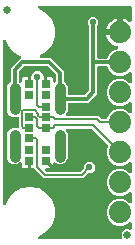
<source format=gtl>
G04 EAGLE Gerber RS-274X export*
G75*
%MOMM*%
%FSLAX34Y34*%
%LPD*%
%INTop Copper*%
%IPPOS*%
%AMOC8*
5,1,8,0,0,1.08239X$1,22.5*%
G01*
%ADD10C,0.635000*%
%ADD11C,1.879600*%
%ADD12C,0.654000*%
%ADD13R,0.754000X0.754000*%
%ADD14C,0.900000*%
%ADD15C,0.558800*%
%ADD16C,0.304800*%
%ADD17C,0.203200*%
%ADD18C,0.127000*%

G36*
X102211Y2801D02*
X102211Y2801D01*
X102260Y2799D01*
X102368Y2821D01*
X102477Y2835D01*
X102523Y2853D01*
X102572Y2863D01*
X102670Y2911D01*
X102772Y2952D01*
X102813Y2981D01*
X102857Y3003D01*
X102941Y3074D01*
X103030Y3138D01*
X103061Y3177D01*
X103099Y3209D01*
X103162Y3299D01*
X103233Y3383D01*
X103254Y3428D01*
X103282Y3469D01*
X103321Y3572D01*
X103368Y3671D01*
X103377Y3720D01*
X103395Y3766D01*
X103407Y3876D01*
X103428Y3983D01*
X103425Y4033D01*
X103430Y4082D01*
X103415Y4191D01*
X103408Y4301D01*
X103393Y4348D01*
X103386Y4397D01*
X103334Y4550D01*
X102996Y5365D01*
X102996Y7335D01*
X103750Y9156D01*
X105144Y10550D01*
X106965Y11304D01*
X108935Y11304D01*
X109750Y10966D01*
X109798Y10953D01*
X109843Y10932D01*
X109951Y10911D01*
X110057Y10882D01*
X110107Y10881D01*
X110156Y10872D01*
X110265Y10879D01*
X110375Y10877D01*
X110423Y10889D01*
X110473Y10892D01*
X110577Y10926D01*
X110684Y10951D01*
X110728Y10975D01*
X110775Y10990D01*
X110868Y11049D01*
X110965Y11100D01*
X111002Y11133D01*
X111044Y11160D01*
X111119Y11240D01*
X111201Y11314D01*
X111228Y11355D01*
X111262Y11392D01*
X111315Y11488D01*
X111375Y11580D01*
X111392Y11627D01*
X111416Y11670D01*
X111443Y11776D01*
X111479Y11880D01*
X111483Y11930D01*
X111495Y11978D01*
X111505Y12139D01*
X111505Y16435D01*
X111488Y16573D01*
X111475Y16711D01*
X111468Y16730D01*
X111465Y16750D01*
X111414Y16880D01*
X111367Y17010D01*
X111356Y17027D01*
X111348Y17046D01*
X111267Y17158D01*
X111189Y17274D01*
X111173Y17287D01*
X111162Y17303D01*
X111054Y17392D01*
X110950Y17484D01*
X110932Y17493D01*
X110917Y17506D01*
X110791Y17565D01*
X110667Y17629D01*
X110647Y17633D01*
X110629Y17642D01*
X110492Y17668D01*
X110357Y17698D01*
X110336Y17698D01*
X110317Y17701D01*
X110178Y17693D01*
X110039Y17689D01*
X110019Y17683D01*
X109999Y17682D01*
X109867Y17639D01*
X109733Y17600D01*
X109716Y17590D01*
X109697Y17584D01*
X109579Y17509D01*
X109459Y17439D01*
X109438Y17420D01*
X109428Y17414D01*
X109414Y17399D01*
X109339Y17332D01*
X107931Y15925D01*
X103823Y14223D01*
X99377Y14223D01*
X95269Y15925D01*
X92125Y19069D01*
X90423Y23177D01*
X90423Y27623D01*
X92125Y31731D01*
X95269Y34875D01*
X99377Y36577D01*
X103823Y36577D01*
X107931Y34875D01*
X109339Y33468D01*
X109448Y33382D01*
X109555Y33294D01*
X109574Y33285D01*
X109590Y33273D01*
X109718Y33217D01*
X109843Y33158D01*
X109863Y33155D01*
X109882Y33146D01*
X110020Y33125D01*
X110156Y33099D01*
X110176Y33100D01*
X110196Y33097D01*
X110335Y33110D01*
X110473Y33118D01*
X110492Y33125D01*
X110512Y33126D01*
X110644Y33174D01*
X110775Y33216D01*
X110793Y33227D01*
X110812Y33234D01*
X110927Y33312D01*
X111044Y33386D01*
X111058Y33401D01*
X111075Y33413D01*
X111167Y33517D01*
X111262Y33618D01*
X111272Y33636D01*
X111285Y33651D01*
X111349Y33775D01*
X111416Y33897D01*
X111421Y33916D01*
X111430Y33934D01*
X111460Y34070D01*
X111495Y34205D01*
X111497Y34233D01*
X111500Y34245D01*
X111499Y34265D01*
X111505Y34365D01*
X111505Y41835D01*
X111488Y41973D01*
X111475Y42111D01*
X111468Y42130D01*
X111465Y42150D01*
X111414Y42280D01*
X111367Y42410D01*
X111356Y42427D01*
X111348Y42446D01*
X111267Y42558D01*
X111189Y42674D01*
X111173Y42687D01*
X111162Y42703D01*
X111054Y42792D01*
X110950Y42884D01*
X110932Y42893D01*
X110917Y42906D01*
X110791Y42965D01*
X110667Y43029D01*
X110647Y43033D01*
X110629Y43042D01*
X110492Y43068D01*
X110357Y43098D01*
X110336Y43098D01*
X110317Y43101D01*
X110178Y43093D01*
X110039Y43089D01*
X110019Y43083D01*
X109999Y43082D01*
X109867Y43039D01*
X109733Y43000D01*
X109716Y42990D01*
X109697Y42984D01*
X109579Y42909D01*
X109459Y42839D01*
X109438Y42820D01*
X109428Y42814D01*
X109414Y42799D01*
X109339Y42732D01*
X107931Y41325D01*
X103823Y39623D01*
X99377Y39623D01*
X95269Y41325D01*
X92125Y44469D01*
X90423Y48577D01*
X90423Y53023D01*
X92125Y57131D01*
X95269Y60275D01*
X99377Y61977D01*
X103823Y61977D01*
X107931Y60275D01*
X109339Y58868D01*
X109448Y58782D01*
X109555Y58694D01*
X109574Y58685D01*
X109590Y58673D01*
X109718Y58617D01*
X109843Y58558D01*
X109863Y58555D01*
X109882Y58546D01*
X110020Y58525D01*
X110156Y58499D01*
X110176Y58500D01*
X110196Y58497D01*
X110335Y58510D01*
X110473Y58518D01*
X110492Y58525D01*
X110512Y58526D01*
X110644Y58574D01*
X110775Y58616D01*
X110793Y58627D01*
X110812Y58634D01*
X110927Y58712D01*
X111044Y58786D01*
X111058Y58801D01*
X111075Y58813D01*
X111167Y58917D01*
X111262Y59018D01*
X111272Y59036D01*
X111285Y59051D01*
X111349Y59175D01*
X111416Y59297D01*
X111421Y59316D01*
X111430Y59334D01*
X111460Y59470D01*
X111495Y59605D01*
X111497Y59633D01*
X111500Y59645D01*
X111499Y59665D01*
X111505Y59765D01*
X111505Y67235D01*
X111488Y67373D01*
X111475Y67511D01*
X111468Y67530D01*
X111465Y67550D01*
X111414Y67680D01*
X111367Y67810D01*
X111356Y67827D01*
X111348Y67846D01*
X111267Y67958D01*
X111189Y68074D01*
X111173Y68087D01*
X111162Y68103D01*
X111054Y68192D01*
X110950Y68284D01*
X110932Y68293D01*
X110917Y68306D01*
X110791Y68365D01*
X110667Y68429D01*
X110647Y68433D01*
X110629Y68442D01*
X110492Y68468D01*
X110357Y68498D01*
X110336Y68498D01*
X110317Y68501D01*
X110178Y68493D01*
X110039Y68489D01*
X110019Y68483D01*
X109999Y68482D01*
X109867Y68439D01*
X109733Y68400D01*
X109716Y68390D01*
X109697Y68384D01*
X109579Y68309D01*
X109459Y68239D01*
X109438Y68220D01*
X109428Y68214D01*
X109414Y68199D01*
X109339Y68132D01*
X107931Y66725D01*
X103823Y65023D01*
X99377Y65023D01*
X95269Y66725D01*
X92125Y69869D01*
X90423Y73977D01*
X90423Y78423D01*
X91564Y81176D01*
X91571Y81205D01*
X91585Y81231D01*
X91613Y81358D01*
X91647Y81483D01*
X91648Y81512D01*
X91654Y81541D01*
X91650Y81671D01*
X91653Y81801D01*
X91646Y81829D01*
X91645Y81859D01*
X91609Y81984D01*
X91578Y82110D01*
X91565Y82136D01*
X91556Y82164D01*
X91491Y82276D01*
X91430Y82391D01*
X91410Y82413D01*
X91395Y82438D01*
X91288Y82559D01*
X77954Y95894D01*
X77876Y95954D01*
X77804Y96022D01*
X77751Y96051D01*
X77703Y96088D01*
X77612Y96128D01*
X77525Y96176D01*
X77467Y96191D01*
X77411Y96215D01*
X77313Y96230D01*
X77217Y96255D01*
X77117Y96261D01*
X77097Y96265D01*
X77085Y96263D01*
X77057Y96265D01*
X57328Y96265D01*
X57190Y96248D01*
X57052Y96235D01*
X57033Y96228D01*
X57013Y96225D01*
X56883Y96174D01*
X56753Y96127D01*
X56736Y96116D01*
X56717Y96108D01*
X56604Y96027D01*
X56490Y95949D01*
X56476Y95933D01*
X56460Y95922D01*
X56371Y95814D01*
X56279Y95710D01*
X56270Y95692D01*
X56257Y95677D01*
X56198Y95551D01*
X56135Y95427D01*
X56130Y95407D01*
X56122Y95389D01*
X56096Y95253D01*
X56065Y95117D01*
X56066Y95096D01*
X56062Y95077D01*
X56070Y94938D01*
X56075Y94799D01*
X56080Y94779D01*
X56081Y94759D01*
X56124Y94627D01*
X56163Y94493D01*
X56173Y94476D01*
X56180Y94457D01*
X56254Y94339D01*
X56325Y94219D01*
X56343Y94198D01*
X56350Y94188D01*
X56365Y94174D01*
X56367Y94171D01*
X57329Y91849D01*
X57329Y71351D01*
X56373Y69043D01*
X54607Y67277D01*
X52299Y66321D01*
X49801Y66321D01*
X47493Y67277D01*
X47228Y67543D01*
X47118Y67628D01*
X47011Y67717D01*
X46992Y67726D01*
X46976Y67738D01*
X46849Y67793D01*
X46723Y67852D01*
X46703Y67856D01*
X46684Y67864D01*
X46547Y67886D01*
X46410Y67912D01*
X46390Y67911D01*
X46370Y67914D01*
X46231Y67901D01*
X46093Y67893D01*
X46074Y67886D01*
X46054Y67884D01*
X45922Y67837D01*
X45791Y67794D01*
X45774Y67784D01*
X45754Y67777D01*
X45639Y67699D01*
X45522Y67624D01*
X45508Y67610D01*
X45491Y67598D01*
X45399Y67494D01*
X45304Y67393D01*
X45294Y67375D01*
X45281Y67360D01*
X45217Y67236D01*
X45150Y67114D01*
X45145Y67095D01*
X45136Y67077D01*
X45106Y66941D01*
X45071Y66806D01*
X45069Y66778D01*
X45066Y66766D01*
X45067Y66746D01*
X45061Y66646D01*
X45061Y64996D01*
X44888Y64349D01*
X44553Y63770D01*
X44080Y63297D01*
X43501Y62962D01*
X42854Y62789D01*
X39477Y62789D01*
X39339Y62772D01*
X39201Y62759D01*
X39182Y62752D01*
X39162Y62749D01*
X39032Y62698D01*
X38902Y62651D01*
X38885Y62640D01*
X38866Y62632D01*
X38754Y62551D01*
X38638Y62473D01*
X38625Y62457D01*
X38609Y62446D01*
X38520Y62338D01*
X38428Y62234D01*
X38419Y62216D01*
X38406Y62201D01*
X38347Y62075D01*
X38283Y61951D01*
X38279Y61931D01*
X38270Y61913D01*
X38244Y61777D01*
X38214Y61641D01*
X38214Y61620D01*
X38211Y61601D01*
X38219Y61462D01*
X38223Y61323D01*
X38229Y61303D01*
X38230Y61283D01*
X38273Y61151D01*
X38312Y61017D01*
X38322Y61000D01*
X38328Y60981D01*
X38403Y60863D01*
X38473Y60743D01*
X38492Y60722D01*
X38499Y60712D01*
X38514Y60698D01*
X38580Y60622D01*
X38886Y60316D01*
X38964Y60256D01*
X39036Y60188D01*
X39089Y60159D01*
X39137Y60122D01*
X39228Y60082D01*
X39315Y60034D01*
X39373Y60019D01*
X39429Y59995D01*
X39527Y59980D01*
X39623Y59955D01*
X39723Y59949D01*
X39743Y59945D01*
X39755Y59947D01*
X39783Y59945D01*
X67777Y59945D01*
X67875Y59957D01*
X67974Y59960D01*
X68032Y59977D01*
X68092Y59985D01*
X68184Y60021D01*
X68279Y60049D01*
X68332Y60079D01*
X68388Y60102D01*
X68468Y60160D01*
X68553Y60210D01*
X68629Y60276D01*
X68645Y60288D01*
X68653Y60298D01*
X68674Y60316D01*
X70866Y62508D01*
X70926Y62586D01*
X70994Y62658D01*
X71023Y62711D01*
X71060Y62759D01*
X71100Y62850D01*
X71148Y62937D01*
X71163Y62995D01*
X71187Y63051D01*
X71202Y63149D01*
X71227Y63245D01*
X71233Y63345D01*
X71237Y63365D01*
X71235Y63377D01*
X71237Y63405D01*
X71237Y65394D01*
X73916Y68073D01*
X77704Y68073D01*
X80383Y65394D01*
X80383Y61606D01*
X77704Y58927D01*
X75715Y58927D01*
X75617Y58915D01*
X75518Y58912D01*
X75460Y58895D01*
X75400Y58887D01*
X75308Y58851D01*
X75213Y58823D01*
X75160Y58793D01*
X75104Y58770D01*
X75024Y58712D01*
X74939Y58662D01*
X74863Y58596D01*
X74847Y58584D01*
X74839Y58574D01*
X74818Y58556D01*
X72626Y56364D01*
X70618Y54355D01*
X36942Y54355D01*
X28880Y62418D01*
X28802Y62478D01*
X28730Y62546D01*
X28677Y62575D01*
X28629Y62612D01*
X28538Y62652D01*
X28451Y62700D01*
X28393Y62715D01*
X28337Y62739D01*
X28239Y62754D01*
X28143Y62779D01*
X28043Y62785D01*
X28023Y62789D01*
X28011Y62787D01*
X27983Y62789D01*
X26019Y62789D01*
X26019Y69100D01*
X26004Y69218D01*
X25997Y69337D01*
X25985Y69375D01*
X25980Y69415D01*
X25936Y69526D01*
X25899Y69639D01*
X25877Y69673D01*
X25863Y69711D01*
X25793Y69807D01*
X25729Y69908D01*
X25699Y69936D01*
X25676Y69968D01*
X25584Y70044D01*
X25497Y70126D01*
X25462Y70145D01*
X25431Y70171D01*
X25323Y70222D01*
X25219Y70279D01*
X25180Y70289D01*
X25143Y70307D01*
X25026Y70329D01*
X24911Y70359D01*
X24851Y70363D01*
X24831Y70366D01*
X24830Y70366D01*
X24810Y70365D01*
X24750Y70369D01*
X24632Y70354D01*
X24513Y70347D01*
X24474Y70334D01*
X24434Y70329D01*
X24324Y70285D01*
X24210Y70249D01*
X24176Y70227D01*
X24139Y70212D01*
X24042Y70142D01*
X23942Y70078D01*
X23914Y70049D01*
X23881Y70025D01*
X23805Y69933D01*
X23724Y69847D01*
X23704Y69811D01*
X23678Y69780D01*
X23628Y69673D01*
X23570Y69568D01*
X23560Y69529D01*
X23543Y69493D01*
X23521Y69376D01*
X23491Y69260D01*
X23487Y69200D01*
X23483Y69180D01*
X23484Y69160D01*
X23481Y69100D01*
X23481Y62789D01*
X20646Y62789D01*
X19999Y62962D01*
X19420Y63297D01*
X18947Y63770D01*
X18612Y64349D01*
X18439Y64996D01*
X18439Y66646D01*
X18422Y66783D01*
X18409Y66922D01*
X18402Y66941D01*
X18399Y66961D01*
X18348Y67091D01*
X18301Y67221D01*
X18290Y67238D01*
X18282Y67257D01*
X18201Y67369D01*
X18123Y67484D01*
X18107Y67498D01*
X18096Y67514D01*
X17989Y67603D01*
X17884Y67695D01*
X17866Y67704D01*
X17851Y67717D01*
X17725Y67776D01*
X17601Y67839D01*
X17581Y67844D01*
X17563Y67852D01*
X17427Y67879D01*
X17291Y67909D01*
X17270Y67908D01*
X17251Y67912D01*
X17112Y67904D01*
X16973Y67899D01*
X16953Y67894D01*
X16933Y67893D01*
X16801Y67850D01*
X16667Y67811D01*
X16650Y67801D01*
X16631Y67794D01*
X16513Y67720D01*
X16393Y67649D01*
X16372Y67631D01*
X16362Y67624D01*
X16348Y67609D01*
X16272Y67543D01*
X16007Y67277D01*
X13699Y66321D01*
X11201Y66321D01*
X8893Y67277D01*
X7127Y69043D01*
X6171Y71351D01*
X6171Y91849D01*
X7127Y94157D01*
X8893Y95923D01*
X11201Y96879D01*
X13699Y96879D01*
X14119Y96705D01*
X14167Y96691D01*
X14212Y96670D01*
X14320Y96650D01*
X14426Y96621D01*
X14476Y96620D01*
X14525Y96611D01*
X14634Y96617D01*
X14744Y96616D01*
X14792Y96627D01*
X14842Y96630D01*
X14946Y96664D01*
X15053Y96690D01*
X15097Y96713D01*
X15144Y96728D01*
X15237Y96787D01*
X15334Y96838D01*
X15371Y96872D01*
X15413Y96898D01*
X15488Y96979D01*
X15570Y97052D01*
X15597Y97094D01*
X15631Y97130D01*
X15684Y97226D01*
X15744Y97318D01*
X15761Y97365D01*
X15785Y97409D01*
X15812Y97515D01*
X15848Y97619D01*
X15852Y97668D01*
X15864Y97717D01*
X15874Y97877D01*
X15874Y105323D01*
X15868Y105372D01*
X15870Y105422D01*
X15848Y105529D01*
X15834Y105638D01*
X15816Y105684D01*
X15806Y105733D01*
X15758Y105832D01*
X15717Y105934D01*
X15688Y105974D01*
X15666Y106019D01*
X15595Y106102D01*
X15531Y106191D01*
X15492Y106223D01*
X15460Y106261D01*
X15370Y106324D01*
X15286Y106394D01*
X15241Y106415D01*
X15200Y106444D01*
X15097Y106483D01*
X14998Y106530D01*
X14949Y106539D01*
X14903Y106557D01*
X14793Y106569D01*
X14686Y106589D01*
X14636Y106586D01*
X14587Y106592D01*
X14478Y106577D01*
X14368Y106570D01*
X14321Y106554D01*
X14272Y106547D01*
X14119Y106495D01*
X13699Y106321D01*
X11201Y106321D01*
X8893Y107277D01*
X7127Y109043D01*
X6171Y111351D01*
X6171Y131849D01*
X7127Y134157D01*
X8776Y135805D01*
X8836Y135883D01*
X8904Y135955D01*
X8933Y136008D01*
X8970Y136056D01*
X9010Y136147D01*
X9058Y136234D01*
X9073Y136292D01*
X9097Y136348D01*
X9112Y136446D01*
X9137Y136542D01*
X9143Y136642D01*
X9147Y136662D01*
X9145Y136674D01*
X9147Y136702D01*
X9147Y147418D01*
X15378Y153648D01*
X17568Y155839D01*
X17646Y155939D01*
X17728Y156034D01*
X17743Y156064D01*
X17763Y156090D01*
X17813Y156206D01*
X17869Y156318D01*
X17876Y156351D01*
X17890Y156382D01*
X17909Y156506D01*
X17936Y156629D01*
X17934Y156663D01*
X17940Y156696D01*
X17928Y156822D01*
X17923Y156947D01*
X17913Y156979D01*
X17910Y157013D01*
X17867Y157131D01*
X17831Y157252D01*
X17814Y157281D01*
X17802Y157312D01*
X17732Y157416D01*
X17667Y157524D01*
X17642Y157548D01*
X17624Y157575D01*
X17529Y157659D01*
X17440Y157747D01*
X17399Y157774D01*
X17385Y157786D01*
X17366Y157796D01*
X17306Y157836D01*
X11473Y161203D01*
X6637Y166967D01*
X5257Y170759D01*
X5212Y170846D01*
X5176Y170936D01*
X5140Y170986D01*
X5111Y171042D01*
X5047Y171115D01*
X4990Y171193D01*
X4942Y171233D01*
X4900Y171280D01*
X4820Y171334D01*
X4745Y171396D01*
X4688Y171423D01*
X4637Y171458D01*
X4545Y171490D01*
X4457Y171532D01*
X4396Y171543D01*
X4337Y171564D01*
X4240Y171573D01*
X4144Y171592D01*
X4082Y171588D01*
X4020Y171593D01*
X3924Y171578D01*
X3827Y171572D01*
X3768Y171553D01*
X3706Y171543D01*
X3617Y171504D01*
X3525Y171474D01*
X3472Y171440D01*
X3415Y171416D01*
X3338Y171356D01*
X3256Y171304D01*
X3213Y171258D01*
X3164Y171220D01*
X3105Y171143D01*
X3038Y171072D01*
X3008Y171017D01*
X2970Y170968D01*
X2931Y170879D01*
X2884Y170793D01*
X2869Y170733D01*
X2844Y170676D01*
X2829Y170580D01*
X2805Y170486D01*
X2798Y170381D01*
X2795Y170362D01*
X2796Y170350D01*
X2795Y170325D01*
X2795Y32875D01*
X2807Y32779D01*
X2810Y32681D01*
X2827Y32621D01*
X2835Y32560D01*
X2870Y32469D01*
X2897Y32375D01*
X2929Y32322D01*
X2952Y32264D01*
X3009Y32185D01*
X3058Y32101D01*
X3102Y32057D01*
X3138Y32007D01*
X3214Y31944D01*
X3282Y31875D01*
X3335Y31843D01*
X3383Y31804D01*
X3471Y31762D01*
X3555Y31712D01*
X3615Y31695D01*
X3671Y31668D01*
X3767Y31650D01*
X3860Y31622D01*
X3922Y31620D01*
X3983Y31608D01*
X4081Y31614D01*
X4178Y31611D01*
X4239Y31624D01*
X4301Y31628D01*
X4393Y31658D01*
X4489Y31679D01*
X4544Y31707D01*
X4603Y31726D01*
X4686Y31778D01*
X4773Y31822D01*
X4819Y31863D01*
X4872Y31896D01*
X4939Y31967D01*
X5012Y32031D01*
X5047Y32083D01*
X5090Y32128D01*
X5137Y32213D01*
X5192Y32294D01*
X5234Y32389D01*
X5244Y32407D01*
X5246Y32417D01*
X5257Y32441D01*
X6637Y36233D01*
X11473Y41997D01*
X17990Y45759D01*
X25400Y47066D01*
X32810Y45759D01*
X39326Y41997D01*
X44163Y36233D01*
X46737Y29162D01*
X46737Y21638D01*
X44163Y14567D01*
X39327Y8803D01*
X33022Y5163D01*
X32906Y5075D01*
X32788Y4990D01*
X32780Y4979D01*
X32769Y4971D01*
X32679Y4857D01*
X32585Y4745D01*
X32580Y4732D01*
X32571Y4722D01*
X32512Y4588D01*
X32450Y4457D01*
X32447Y4444D01*
X32442Y4431D01*
X32417Y4287D01*
X32390Y4144D01*
X32391Y4131D01*
X32389Y4118D01*
X32401Y3972D01*
X32410Y3827D01*
X32414Y3814D01*
X32415Y3801D01*
X32463Y3663D01*
X32508Y3525D01*
X32515Y3513D01*
X32520Y3500D01*
X32600Y3379D01*
X32678Y3256D01*
X32688Y3247D01*
X32695Y3235D01*
X32804Y3138D01*
X32910Y3038D01*
X32922Y3031D01*
X32932Y3022D01*
X33060Y2955D01*
X33188Y2884D01*
X33201Y2881D01*
X33213Y2875D01*
X33355Y2841D01*
X33496Y2805D01*
X33515Y2804D01*
X33523Y2802D01*
X33540Y2802D01*
X33657Y2795D01*
X102161Y2795D01*
X102211Y2801D01*
G37*
G36*
X71544Y124915D02*
X71544Y124915D01*
X71643Y124918D01*
X71702Y124935D01*
X71762Y124943D01*
X71854Y124979D01*
X71949Y125007D01*
X72001Y125037D01*
X72057Y125060D01*
X72137Y125118D01*
X72223Y125168D01*
X72298Y125234D01*
X72315Y125246D01*
X72323Y125256D01*
X72344Y125274D01*
X75066Y127996D01*
X75126Y128075D01*
X75194Y128147D01*
X75223Y128200D01*
X75260Y128248D01*
X75300Y128339D01*
X75348Y128425D01*
X75363Y128484D01*
X75387Y128539D01*
X75402Y128637D01*
X75427Y128733D01*
X75433Y128833D01*
X75437Y128854D01*
X75435Y128866D01*
X75437Y128894D01*
X75437Y183000D01*
X75425Y183098D01*
X75422Y183197D01*
X75405Y183256D01*
X75397Y183316D01*
X75361Y183408D01*
X75333Y183503D01*
X75303Y183555D01*
X75280Y183611D01*
X75222Y183692D01*
X75172Y183777D01*
X75106Y183852D01*
X75094Y183869D01*
X75084Y183877D01*
X75065Y183898D01*
X74167Y184796D01*
X74167Y188584D01*
X76846Y191263D01*
X80634Y191263D01*
X83313Y188584D01*
X83313Y184796D01*
X82415Y183898D01*
X82354Y183820D01*
X82286Y183747D01*
X82257Y183694D01*
X82220Y183646D01*
X82180Y183556D01*
X82132Y183469D01*
X82117Y183410D01*
X82093Y183355D01*
X82078Y183257D01*
X82053Y183161D01*
X82047Y183061D01*
X82043Y183040D01*
X82045Y183028D01*
X82043Y183000D01*
X82043Y156972D01*
X82058Y156854D01*
X82065Y156735D01*
X82078Y156697D01*
X82083Y156656D01*
X82126Y156546D01*
X82163Y156433D01*
X82185Y156398D01*
X82200Y156361D01*
X82269Y156265D01*
X82333Y156164D01*
X82363Y156136D01*
X82386Y156103D01*
X82478Y156027D01*
X82565Y155946D01*
X82600Y155926D01*
X82631Y155901D01*
X82739Y155850D01*
X82843Y155792D01*
X82883Y155782D01*
X82919Y155765D01*
X83036Y155743D01*
X83151Y155713D01*
X83211Y155709D01*
X83231Y155705D01*
X83252Y155707D01*
X83312Y155703D01*
X90022Y155703D01*
X90052Y155706D01*
X90081Y155704D01*
X90209Y155726D01*
X90338Y155743D01*
X90365Y155753D01*
X90394Y155758D01*
X90513Y155812D01*
X90634Y155860D01*
X90657Y155877D01*
X90684Y155889D01*
X90786Y155970D01*
X90891Y156046D01*
X90910Y156069D01*
X90933Y156088D01*
X91011Y156191D01*
X91094Y156291D01*
X91106Y156318D01*
X91124Y156342D01*
X91195Y156486D01*
X92125Y158731D01*
X95269Y161875D01*
X99564Y163654D01*
X99676Y163718D01*
X99791Y163777D01*
X99814Y163797D01*
X99840Y163812D01*
X99933Y163902D01*
X100030Y163987D01*
X100047Y164012D01*
X100068Y164033D01*
X100136Y164143D01*
X100209Y164250D01*
X100219Y164278D01*
X100235Y164304D01*
X100273Y164427D01*
X100317Y164549D01*
X100319Y164579D01*
X100328Y164608D01*
X100334Y164737D01*
X100347Y164866D01*
X100342Y164896D01*
X100343Y164926D01*
X100317Y165052D01*
X100297Y165180D01*
X100285Y165208D01*
X100279Y165237D01*
X100222Y165354D01*
X100171Y165472D01*
X100153Y165496D01*
X100139Y165523D01*
X100056Y165621D01*
X99976Y165723D01*
X99953Y165742D01*
X99933Y165765D01*
X99827Y165839D01*
X99725Y165919D01*
X99698Y165931D01*
X99673Y165948D01*
X99552Y165994D01*
X99434Y166045D01*
X99392Y166055D01*
X99376Y166061D01*
X99354Y166063D01*
X99277Y166080D01*
X98804Y166155D01*
X97017Y166736D01*
X95343Y167589D01*
X93822Y168694D01*
X92494Y170022D01*
X91389Y171543D01*
X90536Y173217D01*
X89955Y175004D01*
X89915Y175261D01*
X100330Y175261D01*
X100448Y175276D01*
X100567Y175283D01*
X100605Y175296D01*
X100645Y175301D01*
X100756Y175344D01*
X100869Y175381D01*
X100903Y175403D01*
X100941Y175418D01*
X101037Y175488D01*
X101138Y175551D01*
X101166Y175581D01*
X101198Y175604D01*
X101274Y175696D01*
X101356Y175783D01*
X101375Y175818D01*
X101401Y175849D01*
X101452Y175957D01*
X101509Y176061D01*
X101520Y176101D01*
X101537Y176137D01*
X101559Y176254D01*
X101589Y176369D01*
X101593Y176430D01*
X101597Y176450D01*
X101595Y176470D01*
X101599Y176530D01*
X101599Y177801D01*
X102870Y177801D01*
X102988Y177816D01*
X103107Y177823D01*
X103145Y177836D01*
X103185Y177841D01*
X103296Y177885D01*
X103409Y177921D01*
X103444Y177943D01*
X103481Y177958D01*
X103577Y178028D01*
X103678Y178091D01*
X103706Y178121D01*
X103739Y178145D01*
X103814Y178236D01*
X103896Y178323D01*
X103916Y178358D01*
X103941Y178390D01*
X103992Y178497D01*
X104050Y178602D01*
X104060Y178641D01*
X104077Y178677D01*
X104099Y178794D01*
X104129Y178909D01*
X104133Y178970D01*
X104137Y178990D01*
X104135Y179010D01*
X104139Y179070D01*
X104139Y189485D01*
X104396Y189445D01*
X106183Y188864D01*
X107857Y188011D01*
X109458Y186848D01*
X109474Y186839D01*
X109555Y186771D01*
X109574Y186763D01*
X109589Y186751D01*
X109717Y186695D01*
X109843Y186636D01*
X109863Y186632D01*
X109881Y186624D01*
X110019Y186602D01*
X110156Y186576D01*
X110175Y186577D01*
X110195Y186574D01*
X110334Y186587D01*
X110473Y186596D01*
X110492Y186602D01*
X110512Y186604D01*
X110643Y186651D01*
X110775Y186694D01*
X110792Y186705D01*
X110811Y186711D01*
X110926Y186789D01*
X111044Y186864D01*
X111058Y186879D01*
X111074Y186890D01*
X111166Y186994D01*
X111262Y187096D01*
X111272Y187113D01*
X111285Y187128D01*
X111348Y187252D01*
X111416Y187374D01*
X111421Y187394D01*
X111430Y187411D01*
X111460Y187547D01*
X111495Y187682D01*
X111497Y187710D01*
X111499Y187722D01*
X111499Y187742D01*
X111505Y187843D01*
X111505Y199136D01*
X111490Y199254D01*
X111483Y199373D01*
X111470Y199411D01*
X111465Y199452D01*
X111422Y199562D01*
X111385Y199675D01*
X111363Y199710D01*
X111348Y199747D01*
X111279Y199843D01*
X111215Y199944D01*
X111185Y199972D01*
X111162Y200005D01*
X111070Y200081D01*
X110983Y200162D01*
X110948Y200182D01*
X110917Y200207D01*
X110809Y200258D01*
X110705Y200316D01*
X110665Y200326D01*
X110629Y200343D01*
X110512Y200365D01*
X110397Y200395D01*
X110337Y200399D01*
X110317Y200403D01*
X110296Y200401D01*
X110236Y200405D01*
X33657Y200405D01*
X33513Y200387D01*
X33367Y200372D01*
X33355Y200367D01*
X33341Y200365D01*
X33206Y200312D01*
X33069Y200261D01*
X33058Y200253D01*
X33046Y200248D01*
X32928Y200163D01*
X32808Y200080D01*
X32799Y200070D01*
X32788Y200062D01*
X32695Y199949D01*
X32600Y199839D01*
X32594Y199827D01*
X32585Y199817D01*
X32524Y199685D01*
X32459Y199554D01*
X32456Y199541D01*
X32450Y199529D01*
X32423Y199387D01*
X32392Y199243D01*
X32393Y199230D01*
X32390Y199217D01*
X32399Y199072D01*
X32405Y198926D01*
X32409Y198913D01*
X32410Y198899D01*
X32455Y198761D01*
X32497Y198621D01*
X32504Y198609D01*
X32508Y198597D01*
X32586Y198473D01*
X32661Y198349D01*
X32671Y198339D01*
X32678Y198328D01*
X32785Y198228D01*
X32888Y198126D01*
X32904Y198116D01*
X32910Y198110D01*
X32925Y198102D01*
X33022Y198037D01*
X39327Y194397D01*
X44163Y188633D01*
X46737Y181562D01*
X46737Y174038D01*
X44163Y166967D01*
X39327Y161203D01*
X34339Y158323D01*
X34223Y158235D01*
X34105Y158150D01*
X34096Y158139D01*
X34085Y158131D01*
X33995Y158017D01*
X33902Y157905D01*
X33896Y157892D01*
X33888Y157882D01*
X33828Y157748D01*
X33766Y157617D01*
X33764Y157604D01*
X33758Y157591D01*
X33734Y157447D01*
X33707Y157304D01*
X33707Y157291D01*
X33705Y157278D01*
X33717Y157132D01*
X33726Y156987D01*
X33730Y156974D01*
X33732Y156961D01*
X33780Y156823D01*
X33824Y156685D01*
X33832Y156673D01*
X33836Y156660D01*
X33917Y156539D01*
X33994Y156416D01*
X34004Y156407D01*
X34012Y156395D01*
X34120Y156298D01*
X34226Y156198D01*
X34238Y156191D01*
X34248Y156182D01*
X34377Y156115D01*
X34505Y156044D01*
X34518Y156041D01*
X34530Y156035D01*
X34672Y156001D01*
X34813Y155965D01*
X34831Y155964D01*
X34839Y155962D01*
X34856Y155962D01*
X34973Y155955D01*
X43026Y155955D01*
X54353Y144628D01*
X54353Y136702D01*
X54365Y136604D01*
X54368Y136505D01*
X54385Y136447D01*
X54393Y136387D01*
X54429Y136295D01*
X54457Y136200D01*
X54487Y136148D01*
X54510Y136091D01*
X54568Y136011D01*
X54618Y135926D01*
X54684Y135850D01*
X54696Y135834D01*
X54706Y135826D01*
X54724Y135805D01*
X56373Y134157D01*
X57329Y131849D01*
X57329Y126172D01*
X57344Y126054D01*
X57351Y125935D01*
X57364Y125897D01*
X57369Y125856D01*
X57412Y125746D01*
X57449Y125633D01*
X57471Y125598D01*
X57486Y125561D01*
X57555Y125465D01*
X57619Y125364D01*
X57649Y125336D01*
X57672Y125303D01*
X57764Y125227D01*
X57851Y125146D01*
X57886Y125126D01*
X57917Y125101D01*
X58025Y125050D01*
X58129Y124992D01*
X58169Y124982D01*
X58205Y124965D01*
X58322Y124943D01*
X58437Y124913D01*
X58497Y124909D01*
X58517Y124905D01*
X58538Y124907D01*
X58598Y124903D01*
X71446Y124903D01*
X71544Y124915D01*
G37*
G36*
X89841Y104398D02*
X89841Y104398D01*
X89871Y104396D01*
X89999Y104418D01*
X90127Y104435D01*
X90155Y104445D01*
X90184Y104450D01*
X90303Y104504D01*
X90423Y104552D01*
X90447Y104569D01*
X90474Y104581D01*
X90575Y104662D01*
X90680Y104738D01*
X90699Y104761D01*
X90722Y104780D01*
X90800Y104883D01*
X90883Y104983D01*
X90896Y105010D01*
X90914Y105034D01*
X90985Y105178D01*
X92125Y107931D01*
X95269Y111075D01*
X99377Y112777D01*
X103823Y112777D01*
X107931Y111075D01*
X109339Y109668D01*
X109448Y109582D01*
X109555Y109494D01*
X109574Y109485D01*
X109590Y109473D01*
X109718Y109417D01*
X109843Y109358D01*
X109863Y109355D01*
X109882Y109346D01*
X110020Y109325D01*
X110156Y109299D01*
X110176Y109300D01*
X110196Y109297D01*
X110335Y109310D01*
X110473Y109318D01*
X110492Y109325D01*
X110512Y109326D01*
X110644Y109374D01*
X110775Y109416D01*
X110793Y109427D01*
X110812Y109434D01*
X110927Y109512D01*
X111044Y109586D01*
X111058Y109601D01*
X111075Y109613D01*
X111167Y109717D01*
X111262Y109818D01*
X111272Y109836D01*
X111285Y109851D01*
X111349Y109975D01*
X111416Y110097D01*
X111421Y110116D01*
X111430Y110134D01*
X111460Y110270D01*
X111495Y110405D01*
X111497Y110433D01*
X111500Y110445D01*
X111499Y110465D01*
X111505Y110565D01*
X111505Y118035D01*
X111488Y118173D01*
X111475Y118311D01*
X111468Y118330D01*
X111465Y118350D01*
X111414Y118480D01*
X111367Y118610D01*
X111356Y118627D01*
X111348Y118646D01*
X111267Y118758D01*
X111189Y118874D01*
X111173Y118887D01*
X111162Y118903D01*
X111054Y118992D01*
X110950Y119084D01*
X110932Y119093D01*
X110917Y119106D01*
X110791Y119165D01*
X110667Y119229D01*
X110647Y119233D01*
X110629Y119242D01*
X110492Y119268D01*
X110357Y119298D01*
X110336Y119298D01*
X110317Y119301D01*
X110178Y119293D01*
X110039Y119289D01*
X110019Y119283D01*
X109999Y119282D01*
X109867Y119239D01*
X109733Y119200D01*
X109716Y119190D01*
X109697Y119184D01*
X109579Y119109D01*
X109459Y119039D01*
X109438Y119020D01*
X109428Y119014D01*
X109414Y118999D01*
X109339Y118932D01*
X107931Y117525D01*
X103823Y115823D01*
X99377Y115823D01*
X95269Y117525D01*
X92125Y120669D01*
X90423Y124777D01*
X90423Y129223D01*
X92125Y133331D01*
X95269Y136475D01*
X99377Y138177D01*
X103823Y138177D01*
X107931Y136475D01*
X109339Y135068D01*
X109448Y134982D01*
X109555Y134894D01*
X109574Y134885D01*
X109590Y134873D01*
X109718Y134817D01*
X109843Y134758D01*
X109863Y134755D01*
X109882Y134746D01*
X110020Y134725D01*
X110156Y134699D01*
X110176Y134700D01*
X110196Y134697D01*
X110335Y134710D01*
X110473Y134718D01*
X110492Y134725D01*
X110512Y134726D01*
X110644Y134774D01*
X110775Y134816D01*
X110793Y134827D01*
X110812Y134834D01*
X110927Y134912D01*
X111044Y134986D01*
X111058Y135001D01*
X111075Y135013D01*
X111167Y135117D01*
X111262Y135218D01*
X111272Y135236D01*
X111285Y135251D01*
X111349Y135375D01*
X111416Y135497D01*
X111421Y135516D01*
X111430Y135534D01*
X111460Y135670D01*
X111495Y135805D01*
X111497Y135833D01*
X111500Y135845D01*
X111499Y135865D01*
X111505Y135965D01*
X111505Y143435D01*
X111488Y143573D01*
X111475Y143711D01*
X111468Y143730D01*
X111465Y143750D01*
X111414Y143880D01*
X111367Y144010D01*
X111356Y144027D01*
X111348Y144046D01*
X111267Y144158D01*
X111189Y144274D01*
X111173Y144287D01*
X111162Y144303D01*
X111054Y144392D01*
X110950Y144484D01*
X110932Y144493D01*
X110917Y144506D01*
X110791Y144565D01*
X110667Y144629D01*
X110647Y144633D01*
X110629Y144642D01*
X110492Y144668D01*
X110357Y144698D01*
X110336Y144698D01*
X110317Y144701D01*
X110178Y144693D01*
X110039Y144689D01*
X110019Y144683D01*
X109999Y144682D01*
X109867Y144639D01*
X109733Y144600D01*
X109716Y144590D01*
X109697Y144584D01*
X109579Y144509D01*
X109459Y144439D01*
X109438Y144420D01*
X109428Y144414D01*
X109414Y144399D01*
X109339Y144332D01*
X107931Y142925D01*
X103823Y141223D01*
X99377Y141223D01*
X95269Y142925D01*
X92125Y146069D01*
X91195Y148314D01*
X91180Y148339D01*
X91171Y148367D01*
X91102Y148477D01*
X91037Y148590D01*
X91017Y148611D01*
X91001Y148636D01*
X90906Y148725D01*
X90816Y148818D01*
X90791Y148834D01*
X90769Y148854D01*
X90656Y148917D01*
X90545Y148985D01*
X90517Y148993D01*
X90491Y149008D01*
X90365Y149040D01*
X90241Y149078D01*
X90212Y149080D01*
X90183Y149087D01*
X90022Y149097D01*
X83312Y149097D01*
X83194Y149082D01*
X83075Y149075D01*
X83037Y149062D01*
X82996Y149057D01*
X82886Y149014D01*
X82773Y148977D01*
X82738Y148955D01*
X82701Y148940D01*
X82605Y148871D01*
X82504Y148807D01*
X82476Y148777D01*
X82443Y148754D01*
X82367Y148662D01*
X82286Y148575D01*
X82266Y148540D01*
X82241Y148509D01*
X82190Y148401D01*
X82132Y148297D01*
X82122Y148257D01*
X82105Y148221D01*
X82083Y148104D01*
X82053Y147989D01*
X82049Y147929D01*
X82045Y147909D01*
X82047Y147888D01*
X82043Y147828D01*
X82043Y125632D01*
X74708Y118297D01*
X58598Y118297D01*
X58480Y118282D01*
X58361Y118275D01*
X58323Y118262D01*
X58282Y118257D01*
X58172Y118214D01*
X58059Y118177D01*
X58024Y118155D01*
X57987Y118140D01*
X57891Y118071D01*
X57790Y118007D01*
X57762Y117977D01*
X57729Y117954D01*
X57653Y117862D01*
X57572Y117775D01*
X57552Y117740D01*
X57527Y117709D01*
X57476Y117601D01*
X57418Y117497D01*
X57408Y117457D01*
X57391Y117421D01*
X57369Y117304D01*
X57339Y117189D01*
X57335Y117129D01*
X57331Y117109D01*
X57331Y117108D01*
X57333Y117088D01*
X57329Y117028D01*
X57329Y111351D01*
X56358Y109007D01*
X56346Y108992D01*
X56257Y108885D01*
X56248Y108866D01*
X56236Y108850D01*
X56181Y108723D01*
X56122Y108597D01*
X56118Y108577D01*
X56110Y108559D01*
X56088Y108421D01*
X56062Y108284D01*
X56063Y108264D01*
X56060Y108244D01*
X56073Y108106D01*
X56081Y107967D01*
X56088Y107948D01*
X56090Y107928D01*
X56137Y107797D01*
X56180Y107665D01*
X56190Y107647D01*
X56197Y107629D01*
X56275Y107514D01*
X56350Y107396D01*
X56364Y107382D01*
X56376Y107365D01*
X56480Y107273D01*
X56581Y107178D01*
X56599Y107168D01*
X56614Y107155D01*
X56738Y107092D01*
X56860Y107024D01*
X56879Y107019D01*
X56897Y107010D01*
X57033Y106980D01*
X57168Y106945D01*
X57196Y106943D01*
X57208Y106940D01*
X57228Y106941D01*
X57328Y106935D01*
X83708Y106935D01*
X85876Y104766D01*
X85954Y104706D01*
X86026Y104638D01*
X86079Y104609D01*
X86127Y104572D01*
X86218Y104532D01*
X86305Y104484D01*
X86363Y104469D01*
X86419Y104445D01*
X86517Y104430D01*
X86613Y104405D01*
X86713Y104399D01*
X86733Y104395D01*
X86745Y104397D01*
X86773Y104395D01*
X89812Y104395D01*
X89841Y104398D01*
G37*
G36*
X24868Y132846D02*
X24868Y132846D01*
X24987Y132853D01*
X25025Y132866D01*
X25066Y132871D01*
X25176Y132915D01*
X25290Y132951D01*
X25324Y132973D01*
X25361Y132988D01*
X25458Y133058D01*
X25558Y133122D01*
X25586Y133151D01*
X25619Y133175D01*
X25695Y133267D01*
X25776Y133353D01*
X25796Y133389D01*
X25822Y133420D01*
X25872Y133527D01*
X25930Y133632D01*
X25940Y133671D01*
X25957Y133707D01*
X25979Y133824D01*
X26009Y133940D01*
X26013Y134000D01*
X26017Y134020D01*
X26016Y134040D01*
X26019Y134100D01*
X26019Y140425D01*
X26026Y140426D01*
X26145Y140433D01*
X26183Y140445D01*
X26224Y140451D01*
X26334Y140494D01*
X26447Y140531D01*
X26482Y140553D01*
X26519Y140568D01*
X26615Y140637D01*
X26716Y140701D01*
X26744Y140731D01*
X26777Y140754D01*
X26853Y140846D01*
X26934Y140933D01*
X26954Y140968D01*
X26979Y140999D01*
X27030Y141107D01*
X27088Y141211D01*
X27098Y141251D01*
X27115Y141287D01*
X27137Y141404D01*
X27167Y141519D01*
X27171Y141579D01*
X27175Y141599D01*
X27173Y141620D01*
X27177Y141680D01*
X27177Y142356D01*
X29856Y145035D01*
X33644Y145035D01*
X36323Y142356D01*
X36323Y141680D01*
X36338Y141562D01*
X36345Y141443D01*
X36358Y141405D01*
X36363Y141364D01*
X36406Y141254D01*
X36443Y141141D01*
X36465Y141106D01*
X36480Y141069D01*
X36550Y140972D01*
X36613Y140872D01*
X36643Y140844D01*
X36666Y140811D01*
X36758Y140735D01*
X36845Y140654D01*
X36880Y140634D01*
X36911Y140609D01*
X37019Y140558D01*
X37123Y140500D01*
X37163Y140490D01*
X37199Y140473D01*
X37316Y140451D01*
X37431Y140421D01*
X37481Y140418D01*
X37481Y134100D01*
X37496Y133982D01*
X37503Y133863D01*
X37515Y133825D01*
X37520Y133785D01*
X37564Y133674D01*
X37601Y133561D01*
X37623Y133527D01*
X37637Y133489D01*
X37707Y133393D01*
X37771Y133292D01*
X37801Y133264D01*
X37824Y133232D01*
X37916Y133156D01*
X38003Y133074D01*
X38038Y133055D01*
X38069Y133029D01*
X38177Y132978D01*
X38281Y132921D01*
X38320Y132911D01*
X38357Y132893D01*
X38474Y132871D01*
X38589Y132841D01*
X38649Y132837D01*
X38669Y132834D01*
X38670Y132834D01*
X38690Y132835D01*
X38750Y132831D01*
X38868Y132846D01*
X38987Y132853D01*
X39025Y132866D01*
X39066Y132871D01*
X39176Y132915D01*
X39290Y132951D01*
X39324Y132973D01*
X39361Y132988D01*
X39458Y133058D01*
X39558Y133122D01*
X39586Y133151D01*
X39619Y133175D01*
X39695Y133267D01*
X39776Y133353D01*
X39796Y133389D01*
X39822Y133420D01*
X39872Y133527D01*
X39930Y133632D01*
X39940Y133671D01*
X39957Y133707D01*
X39979Y133824D01*
X40009Y133940D01*
X40013Y134000D01*
X40017Y134020D01*
X40016Y134040D01*
X40019Y134100D01*
X40019Y140411D01*
X42854Y140411D01*
X43501Y140238D01*
X44080Y139903D01*
X44553Y139430D01*
X44888Y138851D01*
X45061Y138204D01*
X45061Y136554D01*
X45078Y136417D01*
X45091Y136278D01*
X45098Y136259D01*
X45101Y136239D01*
X45152Y136110D01*
X45199Y135979D01*
X45210Y135962D01*
X45218Y135943D01*
X45299Y135831D01*
X45377Y135716D01*
X45393Y135702D01*
X45404Y135686D01*
X45512Y135597D01*
X45616Y135505D01*
X45634Y135496D01*
X45649Y135483D01*
X45775Y135424D01*
X45899Y135361D01*
X45919Y135356D01*
X45937Y135348D01*
X46073Y135321D01*
X46209Y135291D01*
X46230Y135292D01*
X46249Y135288D01*
X46388Y135296D01*
X46527Y135301D01*
X46547Y135306D01*
X46567Y135307D01*
X46699Y135350D01*
X46833Y135389D01*
X46850Y135399D01*
X46869Y135406D01*
X46987Y135480D01*
X47107Y135551D01*
X47128Y135569D01*
X47138Y135576D01*
X47152Y135591D01*
X47228Y135657D01*
X47376Y135805D01*
X47436Y135883D01*
X47504Y135955D01*
X47533Y136008D01*
X47571Y136056D01*
X47610Y136147D01*
X47658Y136234D01*
X47673Y136293D01*
X47697Y136348D01*
X47712Y136446D01*
X47737Y136542D01*
X47743Y136642D01*
X47747Y136662D01*
X47745Y136675D01*
X47747Y136702D01*
X47747Y141366D01*
X47735Y141464D01*
X47732Y141563D01*
X47715Y141622D01*
X47707Y141682D01*
X47671Y141774D01*
X47643Y141869D01*
X47613Y141921D01*
X47590Y141977D01*
X47532Y142057D01*
X47482Y142143D01*
X47416Y142218D01*
X47404Y142235D01*
X47394Y142243D01*
X47376Y142264D01*
X40662Y148978D01*
X40583Y149038D01*
X40511Y149106D01*
X40458Y149135D01*
X40410Y149172D01*
X40319Y149212D01*
X40233Y149260D01*
X40174Y149275D01*
X40119Y149299D01*
X40021Y149314D01*
X39925Y149339D01*
X39825Y149345D01*
X39804Y149349D01*
X39792Y149347D01*
X39764Y149349D01*
X20946Y149349D01*
X20848Y149337D01*
X20749Y149334D01*
X20690Y149317D01*
X20630Y149309D01*
X20538Y149273D01*
X20443Y149245D01*
X20391Y149215D01*
X20335Y149192D01*
X20255Y149134D01*
X20169Y149084D01*
X20094Y149018D01*
X20077Y149006D01*
X20069Y148996D01*
X20048Y148978D01*
X16124Y145054D01*
X16064Y144975D01*
X15996Y144903D01*
X15967Y144850D01*
X15930Y144802D01*
X15890Y144711D01*
X15842Y144625D01*
X15827Y144566D01*
X15803Y144511D01*
X15788Y144413D01*
X15763Y144317D01*
X15757Y144217D01*
X15753Y144196D01*
X15755Y144184D01*
X15753Y144156D01*
X15753Y136702D01*
X15765Y136604D01*
X15768Y136505D01*
X15785Y136447D01*
X15793Y136387D01*
X15829Y136295D01*
X15857Y136200D01*
X15887Y136148D01*
X15910Y136091D01*
X15968Y136011D01*
X16018Y135926D01*
X16084Y135850D01*
X16096Y135834D01*
X16106Y135826D01*
X16124Y135805D01*
X16273Y135657D01*
X16382Y135572D01*
X16489Y135483D01*
X16508Y135474D01*
X16524Y135462D01*
X16652Y135407D01*
X16777Y135348D01*
X16797Y135344D01*
X16816Y135336D01*
X16954Y135314D01*
X17090Y135288D01*
X17110Y135289D01*
X17130Y135286D01*
X17269Y135299D01*
X17407Y135308D01*
X17426Y135314D01*
X17446Y135316D01*
X17578Y135363D01*
X17709Y135406D01*
X17727Y135416D01*
X17746Y135423D01*
X17861Y135501D01*
X17978Y135576D01*
X17992Y135590D01*
X18009Y135602D01*
X18101Y135706D01*
X18196Y135807D01*
X18206Y135825D01*
X18219Y135840D01*
X18283Y135964D01*
X18350Y136086D01*
X18355Y136105D01*
X18364Y136123D01*
X18394Y136259D01*
X18429Y136394D01*
X18431Y136422D01*
X18434Y136434D01*
X18433Y136454D01*
X18439Y136554D01*
X18439Y138204D01*
X18612Y138851D01*
X18947Y139430D01*
X19420Y139903D01*
X19999Y140238D01*
X20646Y140411D01*
X23481Y140411D01*
X23481Y134100D01*
X23496Y133982D01*
X23503Y133863D01*
X23515Y133825D01*
X23520Y133785D01*
X23564Y133674D01*
X23601Y133561D01*
X23623Y133527D01*
X23637Y133489D01*
X23707Y133393D01*
X23771Y133292D01*
X23801Y133264D01*
X23824Y133232D01*
X23916Y133156D01*
X24003Y133074D01*
X24038Y133055D01*
X24069Y133029D01*
X24177Y132978D01*
X24281Y132921D01*
X24320Y132911D01*
X24357Y132893D01*
X24474Y132871D01*
X24589Y132841D01*
X24649Y132837D01*
X24669Y132834D01*
X24670Y132834D01*
X24690Y132835D01*
X24750Y132831D01*
X24868Y132846D01*
G37*
%LPC*%
G36*
X89915Y180339D02*
X89915Y180339D01*
X89955Y180596D01*
X90536Y182383D01*
X91389Y184057D01*
X92494Y185578D01*
X93822Y186906D01*
X95343Y188011D01*
X97017Y188864D01*
X98804Y189445D01*
X99061Y189485D01*
X99061Y180339D01*
X89915Y180339D01*
G37*
%LPD*%
D10*
X6350Y196850D03*
X107950Y6350D03*
D11*
X101600Y177800D03*
X101600Y152400D03*
X101600Y127000D03*
X101600Y101600D03*
X101600Y76200D03*
X101600Y50800D03*
X101600Y25400D03*
D12*
X12450Y118330D02*
X12450Y124870D01*
D13*
X24750Y97100D03*
X24750Y106100D03*
X38750Y97100D03*
X38750Y106100D03*
X24750Y88100D03*
X38750Y115100D03*
X38750Y124600D03*
X38750Y134100D03*
X38750Y78600D03*
X38750Y69100D03*
X24750Y78600D03*
X24750Y69100D03*
X24750Y124600D03*
X24750Y134100D03*
D12*
X12450Y84870D02*
X12450Y78330D01*
X51050Y118330D02*
X51050Y124870D01*
X51050Y84870D02*
X51050Y78330D01*
D14*
X51050Y112600D02*
X51050Y130600D01*
X51050Y90600D02*
X51050Y72600D01*
X12450Y72600D02*
X12450Y90600D01*
X12450Y112600D02*
X12450Y130600D01*
D15*
X48260Y165100D03*
X63500Y88900D03*
X63500Y12700D03*
X88900Y165100D03*
X88900Y139700D03*
D16*
X38750Y69100D02*
X44350Y63500D01*
X46990Y63500D01*
D15*
X76200Y114300D03*
X50800Y50800D03*
X8890Y153670D03*
D17*
X31750Y63500D02*
X38100Y57150D01*
X31750Y63500D02*
X31750Y86688D01*
X30338Y88100D01*
X24750Y88100D01*
D15*
X75810Y63500D03*
D17*
X69460Y57150D01*
X38100Y57150D01*
D15*
X78740Y186690D03*
D16*
X19052Y152652D02*
X12450Y146050D01*
X12450Y121600D01*
X19052Y152652D02*
X41658Y152652D01*
X51050Y143260D02*
X51050Y121600D01*
X51050Y143260D02*
X41658Y152652D01*
X78740Y152400D02*
X78740Y186690D01*
X78740Y152400D02*
X78740Y127000D01*
X73340Y121600D02*
X51050Y121600D01*
X73340Y121600D02*
X78740Y127000D01*
X78740Y152400D02*
X101600Y152400D01*
D17*
X38750Y115100D02*
X33416Y115100D01*
X31750Y116766D01*
X31750Y140462D01*
D15*
X31750Y140462D03*
D18*
X30082Y106100D02*
X24750Y106100D01*
X32694Y97100D02*
X38750Y97100D01*
X31496Y104686D02*
X30082Y106100D01*
X31496Y104686D02*
X31496Y98298D01*
X32694Y97100D01*
D17*
X38750Y97100D02*
X45030Y97100D01*
X46990Y99060D01*
X78740Y99060D01*
X101600Y76200D01*
D18*
X24750Y97100D02*
X19486Y97100D01*
X18288Y98298D01*
X18288Y109634D01*
X19075Y110913D02*
X19937Y111775D01*
X19075Y110421D02*
X18288Y109634D01*
X19075Y110421D02*
X19075Y110913D01*
X32512Y108966D02*
X32512Y107262D01*
X33674Y106100D02*
X38750Y106100D01*
X29703Y111775D02*
X19937Y111775D01*
X29703Y111775D02*
X32512Y108966D01*
X32512Y107262D02*
X33674Y106100D01*
D17*
X38750Y106100D02*
X45030Y106100D01*
X46990Y104140D01*
X82550Y104140D01*
X85090Y101600D01*
X101600Y101600D01*
M02*

</source>
